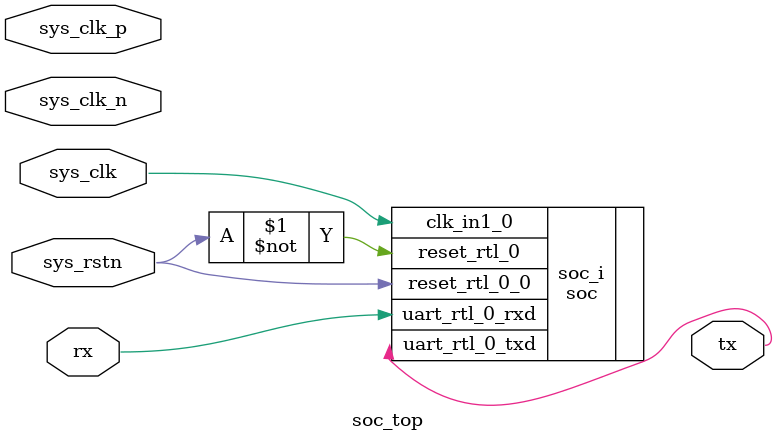
<source format=v>
`timescale 1ns / 1ps


module soc_top(
    input   sys_clk_p   ,
    input   sys_clk_n   ,
    input   sys_clk     ,
    input   sys_rstn    ,
    input   rx          ,
    output  tx    

    );

    soc soc_i(
        .clk_in1_0      (sys_clk         ),
        .reset_rtl_0    (~sys_rstn       ),
        .reset_rtl_0_0  (sys_rstn        ),
        .uart_rtl_0_rxd (rx              ),
        .uart_rtl_0_txd (tx              )
    );
endmodule

</source>
